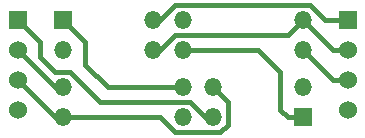
<source format=gtl>
G04 (created by PCBNEW (2013-07-07 BZR 4022)-stable) date 4/11/2015 2:22:11 PM*
%MOIN*%
G04 Gerber Fmt 3.4, Leading zero omitted, Abs format*
%FSLAX34Y34*%
G01*
G70*
G90*
G04 APERTURE LIST*
%ADD10C,0.00590551*%
%ADD11O,0.059X0.059*%
%ADD12R,0.06X0.06*%
%ADD13C,0.06*%
%ADD14R,0.059X0.059*%
%ADD15C,0.015*%
G04 APERTURE END LIST*
G54D10*
G54D11*
X53750Y-28250D03*
X57750Y-28250D03*
X57750Y-27000D03*
X61750Y-27000D03*
X57750Y-29250D03*
X53750Y-29250D03*
X57750Y-26000D03*
X61750Y-26000D03*
G54D12*
X52250Y-26000D03*
G54D13*
X52250Y-27000D03*
X52250Y-28000D03*
X52250Y-29000D03*
G54D12*
X63250Y-26000D03*
G54D13*
X63250Y-27000D03*
X63250Y-28000D03*
X63250Y-29000D03*
G54D14*
X53750Y-26000D03*
G54D11*
X53750Y-27000D03*
X56750Y-27000D03*
X56750Y-26000D03*
G54D14*
X61750Y-29250D03*
G54D11*
X61750Y-28250D03*
X58750Y-28250D03*
X58750Y-29250D03*
G54D15*
X52250Y-26000D02*
X53000Y-26750D01*
X58000Y-28750D02*
X58500Y-29250D01*
X57500Y-28750D02*
X58000Y-28750D01*
X56500Y-28750D02*
X57500Y-28750D01*
X55000Y-28750D02*
X56500Y-28750D01*
X54000Y-27750D02*
X55000Y-28750D01*
X53500Y-27750D02*
X54000Y-27750D01*
X53000Y-27250D02*
X53500Y-27750D01*
X53000Y-26750D02*
X53000Y-27250D01*
X57750Y-25500D02*
X57500Y-25500D01*
X58000Y-25500D02*
X57750Y-25500D01*
X62000Y-25500D02*
X58000Y-25500D01*
X62500Y-26000D02*
X62000Y-25500D01*
X63250Y-26000D02*
X62500Y-26000D01*
X57000Y-26000D02*
X56750Y-26000D01*
X57500Y-25500D02*
X57000Y-26000D01*
X53750Y-26000D02*
X54500Y-26750D01*
X56750Y-28250D02*
X57500Y-28250D01*
X55250Y-28250D02*
X56750Y-28250D01*
X54500Y-27500D02*
X55250Y-28250D01*
X54500Y-26750D02*
X54500Y-27500D01*
X61750Y-29250D02*
X61250Y-29250D01*
X60250Y-27000D02*
X57750Y-27000D01*
X61000Y-27750D02*
X60250Y-27000D01*
X61000Y-29000D02*
X61000Y-27750D01*
X61250Y-29250D02*
X61000Y-29000D01*
X52250Y-28000D02*
X53500Y-29250D01*
X53500Y-29250D02*
X53750Y-29250D01*
X53750Y-29250D02*
X57000Y-29250D01*
X59250Y-28750D02*
X58750Y-28250D01*
X59250Y-29000D02*
X59250Y-28750D01*
X59250Y-29250D02*
X59250Y-29000D01*
X59250Y-29500D02*
X59250Y-29250D01*
X59000Y-29750D02*
X59250Y-29500D01*
X57500Y-29750D02*
X59000Y-29750D01*
X57000Y-29250D02*
X57500Y-29750D01*
X60000Y-26500D02*
X61250Y-26500D01*
X57500Y-26500D02*
X60000Y-26500D01*
X57000Y-27000D02*
X57500Y-26500D01*
X61250Y-26500D02*
X61750Y-26000D01*
X63250Y-27000D02*
X62750Y-27000D01*
X62750Y-27000D02*
X61750Y-26000D01*
X52250Y-27000D02*
X53500Y-28250D01*
X53500Y-28250D02*
X53750Y-28250D01*
X63250Y-28000D02*
X62750Y-28000D01*
X62750Y-28000D02*
X61750Y-27000D01*
M02*

</source>
